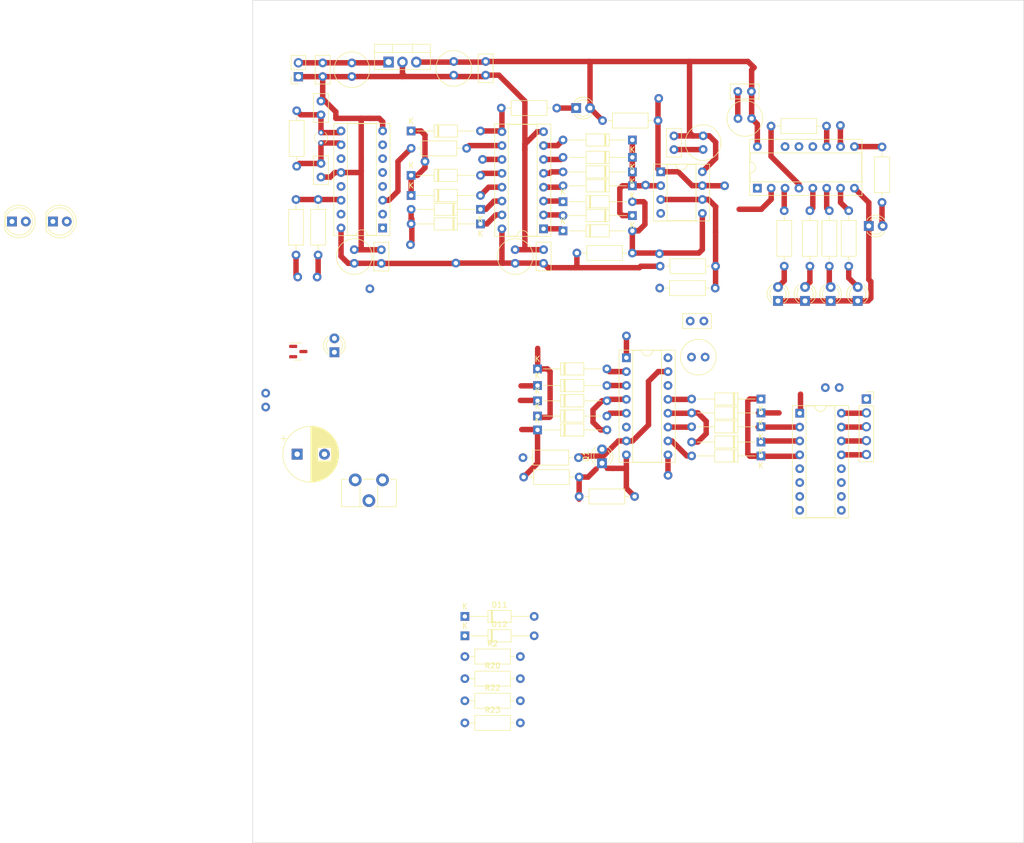
<source format=kicad_pcb>
(kicad_pcb (version 20221018) (generator pcbnew)
  (layers (0 "F.Cu" signal) (31 "B.Cu" signal) (34 "B.Paste" user) (35 "F.Paste" user) (36 "B.SilkS" user "B.Silkscreen") (37 "F.SilkS" user "F.Silkscreen") (38 "B.Mask" user) (39 "F.Mask" user) (44 "Edge.Cuts" user))
  (net 0 "")
  (net 1 "+8V")
  (net 2 "GND")
  (net 3 "+5V")
  (net 4 "Net-(D10-K)")
  (net 5 "Net-(D4-A)")
  (net 6 "Net-(D5-A)")
  (net 7 "Net-(D6-A)")
  (net 8 "Net-(D7-A)")
  (net 9 "Net-(D8-A)")
  (net 10 "Net-(JP1-B)")
  (net 11 "Net-(C24-Pad1)")
  (net 12 "/MOTOR1")
  (net 13 "/MOTOR2")
  (net 14 "/MOTOR3")
  (net 15 "/MOTOR4")
  (net 16 "Net-(Q1-G)")
  (net 17 "Net-(Q1-D)")
  (net 18 "Net-(C25-Pad1)")
  (net 19 "/F1")
  (net 20 "Net-(D15-K)")
  (net 21 "/F3")
  (net 22 "Net-(D18-K)")
  (net 23 "Net-(D18-A)")
  (net 24 "Net-(D19-K)")
  (net 25 "Net-(D20-K)")
  (net 26 "Net-(D21-K)")
  (net 27 "Net-(D22-A)")
  (net 28 "Net-(D23-A)")
  (net 29 "Net-(D24-A)")
  (net 30 "Net-(D25-A)")
  (net 31 "Net-(D26-A)")
  (net 32 "/F4")
  (net 33 "Net-(D27-A)")
  (net 34 "Net-(D28-A)")
  (net 35 "/F2")
  (net 37 "Net-(D29-A)")
  (net 38 "Net-(D2-K)")
  (net 39 "Net-(D14-A)")
  (net 40 "Net-(D15-A)")
  (net 41 "Net-(D17-A)")
  (net 42 "Net-(D30-A)")
  (net 43 "Net-(D31-A)")
  (net 44 "Net-(Q5-C)")
  (net 45 "Net-(D11-K)")
  (net 46 "Net-(U5-Q0)")
  (net 47 "Net-(U5-Q1)")
  (net 48 "Net-(U5-Q2)")
  (net 49 "Net-(U5-Q3)")
  (net 50 "/F_RESET")
  (net 51 "Net-(U5-Q4)")
  (net 52 "/R_RESET")
  (net 53 "Net-(U5-Q6)")
  (net 54 "Net-(U5-Reset)")
  (net 55 "Net-(D11-A)")
  (net 56 "Net-(U1-CLK)")
  (net 57 "Net-(U11-Q14)")
  (net 58 "/\"R\" CLOCK")
  (net 59 "Net-(Q1-C)")
  (net 64 "/REF2.5")
  (net 65 "/LOAD")
  (net 66 "Net-(J1-Pin_1)")
  (net 77 "Net-(JP2-A)")
  (net 78 "Net-(JP2-B)")
  (net 79 "Net-(D19-A)")
  (net 80 "/Q0")
  (net 81 "Net-(D4-K)")
  (net 82 "/Q7")
  (net 83 "/Q8")
  (net 84 "Net-(JP5-B)")
  (net 85 "Net-(JP6-A)")
  (net 86 "Net-(JP11-A)")
  (net 87 "Net-(JP12-A)")
  (net 88 "Net-(U11-Q8)")
  (net 89 "/MOTOR_CLOCK_A")
  (net 90 "/MOTOR_CLOCK_B")
  (footprint "Resistor_THT:R_Axial_DIN0207_L6.3mm_D2.5mm_P10.16mm_Horizontal" (layer "F.Cu") (at 84.269 67.242 180)
    (fp_text reference "R8" hide)
    (fp_text value "R4.7K")
  )
  (footprint "Resistor_THT:R_Axial_DIN0207_L6.3mm_D2.5mm_P10.16mm_Horizontal" (layer "F.Cu") (at 60.266 40.699)
    (fp_text reference "R5" hide)
    (fp_text value "R4.7K")
  )
  (footprint "Diode_THT:D_DO-35_SOD27_P12.70mm_Horizontal" (layer "F.Cu") (at 107.823 101.854 180)
    (fp_text reference "D31" hide)
    (fp_text value "D4148")
  )
  (footprint "Capacitor_THT:C_Radial_D6.3mm_H5.0mm_P2.50mm" (layer "F.Cu") (at 62.806 69.127 90)
    (fp_text reference "C8" hide)
    (fp_text value "C10uf" hide)
  )
  (footprint "LED_THT:LED_D3.0mm" (layer "F.Cu") (at 110.939 76.005 90)
    (fp_text reference "D26" hide)
    (fp_text value "LED")
  )
  (footprint "Diode_THT:D_DO-35_SOD27_P12.70mm_Horizontal" (layer "F.Cu") (at 66.904 94.303)
    (fp_text reference "D33" hide)
    (fp_text value "D4148")
  )
  (footprint "Capacitor_THT:C_Disc_D5.0mm_W2.5mm_P2.50mm" (layer "F.Cu") (at 94.864 79.698)
    (fp_text reference "C11" hide)
    (fp_text value "C0.1uf")
  )
  (footprint "Resistor_THT:R_Axial_DIN0207_L6.3mm_D2.5mm_P10.16mm_Horizontal" (layer "F.Cu") (at 88.965 42.985 180)
    (fp_text reference "R9" hide)
    (fp_text value "R4.7K")
  )
  (footprint "LED_THT:LED_D3.0mm" (layer "F.Cu") (at 115.892 76.005 90)
    (fp_text reference "D25" hide)
    (fp_text value "LED")
  )
  (footprint "Package_DIP:DIP-16_W7.62mm_Socket" (layer "F.Cu") (at 38.539 62.66 180)
    (fp_text reference "U11" hide)
    (fp_text value "CD4060BE")
  )
  (footprint "Library:Jumper" (layer "F.Cu") (at 55.567 70.163 180)
    (fp_text reference "JP3" hide)
    (fp_text value "JMP")
  )
  (footprint "Resistor_THT:R_Axial_DIN0207_L6.3mm_D2.5mm_P10.16mm_Horizontal" (layer "F.Cu") (at 123.893 69.65 90)
    (fp_text reference "R10" hide)
    (fp_text value "R4.7K")
  )
  (footprint "Library:Jumper" (layer "F.Cu") (at 101.16 54.923)
    (fp_text reference "JP5" hide)
    (fp_text value "JMP")
  )
  (footprint "Resistor_THT:R_Axial_DIN0207_L6.3mm_D2.5mm_P10.16mm_Horizontal" (layer "F.Cu") (at 53.594 141.139)
    (fp_text reference "R2")
    (fp_text value "R4.7K")
  )
  (footprint "Capacitor_THT:CP_Radial_D10.0mm_P5.00mm" (layer "F.Cu") (at 22.880323 104.082)
    (fp_text reference "C15" hide)
    (fp_text value "C100uF")
  )
  (footprint "Crystal:Crystal_DS26_D2.0mm_L6.0mm_Vertical" (layer "F.Cu") (at 27.246 45.19 -90)
    (fp_text reference "Y1" hide)
    (fp_text value "Crystal")
  )
  (footprint "Package_DIP:DIP-16_W7.62mm_Socket" (layer "F.Cu") (at 83.17 86.419)
    (fp_text reference "U2" hide)
    (fp_text value "4015")
  )
  (footprint "Diode_THT:D_DO-35_SOD27_P12.70mm_Horizontal" (layer "F.Cu") (at 84.269 46.541 180)
    (fp_text reference "D4" hide)
    (fp_text value "D4148")
  )
  (footprint "Resistor_THT:R_Axial_DIN0207_L6.3mm_D2.5mm_P10.16mm_Horizontal" (layer "F.Cu") (at 53.594 149.239)
    (fp_text reference "R22")
    (fp_text value "R4.7K")
  )
  (footprint "Library:Jumper" (layer "F.Cu") (at 98.806 112.208)
    (fp_text reference "JP11" hide)
    (fp_text value "JMP")
  )
  (footprint "Potentiometer_THT:Potentiometer_ACP_CA9-H3,8_Horizontal" (layer "F.Cu") (at 38.518 108.786 -90)
    (fp_text reference "RV1" hide)
    (fp_text value "POT100K")
  )
  (footprint "Capacitor_THT:C_Radial_D6.3mm_H5.0mm_P2.50mm" (layer "F.Cu") (at 33.342 69.127 90)
    (fp_text reference "C27" hide)
    (fp_text value "C10uf")
  )
  (footprint "Diode_THT:D_DO-35_SOD27_P12.70mm_Horizontal" (layer "F.Cu") (at 66.904 88.461)
    (fp_text reference "D30" hide)
    (fp_text value "D4148")
  )
  (footprint "Resistor_THT:R_Axial_DIN0207_L6.3mm_D2.5mm_P10.16mm_Horizontal" (layer "F.Cu") (at 129.989 47.811 -90)
    (fp_text reference "R3" hide)
    (fp_text value "R4.7K")
  )
  (footprint "Diode_THT:D_DO-35_SOD27_P12.70mm_Horizontal" (layer "F.Cu") (at 84.269 49.716 180)
    (fp_text reference "D5" hide)
    (fp_text value "D4148")
  )
  (footprint "Capacitor_THT:C_Radial_D6.3mm_H5.0mm_P2.50mm" (layer "F.Cu") (at 51.562 32.171 -90)
    (fp_text reference "C6" hide)
    (fp_text value "C10uf")
  )
  (footprint "Resistor_THT:R_Axial_DIN0207_L6.3mm_D2.5mm_P10.16mm_Horizontal" (layer "F.Cu") (at 53.594 145.189)
    (fp_text reference "R20")
    (fp_text value "R47K")
  )
  (footprint "Package_TO_SOT_THT:TO-220-3_Vertical" (layer "F.Cu") (at 39.624 32.278)
    (fp_text reference "U8" hide)
    (fp_text value "LM7805_TO220")
  )
  (footprint "Diode_THT:D_DO-35_SOD27_P12.70mm_Horizontal" (layer "F.Cu") (at 43.756 56.701)
    (fp_text reference "D9" hide)
    (fp_text value "D4148")
  )
  (footprint "Capacitor_THT:C_Disc_D5.0mm_W2.5mm_P2.50mm" (layer "F.Cu") (at 38.295 69.147 90)
    (fp_text reference "C26" hide)
    (fp_text value "C0.1uf")
  )
  (footprint "Capacitor_THT:C_Radial_D6.3mm_H5.0mm_P2.50mm" (layer "F.Cu") (at 97.223 45.779 -90)
    (fp_text reference "C10" hide)
    (fp_text value "C10uf")
  )
  (footprint "Diode_THT:D_DO-35_SOD27_P12.70mm_Horizontal" (layer "F.Cu") (at 107.823 93.98 180)
    (fp_text reference "D28" hide)
    (fp_text value "D4148")
  )
  (footprint "Library:Jumper" (layer "F.Cu") (at 54.356 73.787 180)
    (fp_text reference "JP6" hide)
    (fp_text value "JMP")
  )
  (footprint "Package_TO_SOT_SMD:SOT-23" (layer "F.Cu") (at 23.089 85.286)
    (fp_text reference "Q7" hide)
    (fp_text value "AO3400A")
  )
  (footprint "Resistor_THT:R_Axial_DIN0207_L6.3mm_D2.5mm_P10.16mm_Horizontal" (layer "F.Cu") (at 109.669 43.991)
    (fp_text reference "R21" hide)
    (fp_text value "R4.7K")
  )
  (footprint "Connector_PinSocket_2.54mm:PinSocket_1x05_P2.54mm_Vertical" (layer "F.Cu") (at 127.127 93.98)
    (fp_text reference "J1" hide)
    (fp_text value "MOTOR_5PIN_CONNECTOR")
  )
  (footprint "Resistor_THT:R_Axial_DIN0207_L6.3mm_D2.5mm_P10.16mm_Horizontal" (layer "F.Cu") (at 53.594 153.289)
    (fp_text reference "R23")
    (fp_text value "R4.7K")
  )
  (footprint "Library:Jumper" (layer "F.Cu") (at 89.095 38.921)
    (fp_text reference "JP2" hide)
    (fp_text value "JMP")
  )
  (footprint "Diode_THT:D_DO-35_SOD27_P12.70mm_Horizontal" (layer "F.Cu") (at 43.756 44.89)
    (fp_text reference "D3" hide)
    (fp_text value "D4148")
  )
  (footprint "LED_THT:LED_D3.0mm" (layer "F.Cu") (at 120.591 76.005 90)
    (fp_text reference "D24" hide)
    (fp_text value "LED")
  )
  (footprint "LED_THT:LED_D3.0mm_Clear" (layer "F.Cu") (at 29.698 85.413 90)
    (fp_text reference "Q5" hide)
    (fp_text value "SFH309")
  )
  (footprint "LED_THT:LED_D3.0mm" (layer "F.Cu") (at 127.571 62.289)
    (fp_text reference "D22" hide)
    (fp_text value "LED")
  )
  (footprint "LED_THT:LED_D5.0mm_IRGrey" (layer "F.Cu") (at -29.349 61.468)
    (fp_text reference "D1" hide)
    (fp_text value "SFH4546")
  )
  (footprint "Library:Jumper" (layer "F.Cu") (at 122.149 91.89 180)
    (fp_text reference "JP20" hide)
    (fp_text value "JMP")
  )
  (footprint "Package_DIP:DIP-16_W7.62mm_Socket" (layer "F.Cu") (at 68.003 62.807 180)
    (fp_text reference "U1" hide)
    (fp_text value "4040" hide)
  )
  (footprint "Library:Jumper" (layer "F.Cu") (at 71.061 76.767)
    (fp_text reference "JP4" hide)
    (fp_text value "JMP")
  )
  (footprint "Diode_THT:D_DO-35_SOD27_P12.70mm_Horizontal" (layer "F.Cu") (at 56.456 59.241 180)
    (fp_text reference "D20" hide)
    (fp_text value "D4148")
  )
  (footprint "Capacitor_THT:C_Disc_D5.0mm_W2.5mm_P2.50mm" (layer "F.Cu") (at 68.013 69.127 90)
    (fp_text reference "C7" hide)
    (fp_text value "C0.1uf" hide)
  )
  (footprint "LED_THT:LED_D5.0mm_IRGrey" (layer "F.Cu") (at -21.849 61.468)
    (fp_text reference "D13" hide)
    (fp_text value "SFH4546")
  )
  (footprint "Diode_THT:D_DO-35_SOD27_P12.70mm_Horizontal" (layer "F.Cu") (at 107.823 96.52 180)
    (fp_text reference "D32" hide)
    (fp_text value "D4148")
  )
  (footprint "Diode_THT:D_DO-35_SOD27_P12.70mm_Horizontal" (layer "F.Cu") (at 84.269 60.384 180)
    (fp_text reference "D7" hide)
    (fp_text value "D4148")
  )
  (footprint "Resistor_THT:R_Axial_DIN0207_L6.3mm_D2.5mm_P10.16mm_Horizontal" (layer "F.Cu") (at 112.082 69.65 90)
    (fp_text reference "R18" hide)
    (fp_text value "R4.7K")
  )
  (footprint "Resistor_THT:R_Axial_DIN0207_L6.3mm_D2.5mm_P10.16mm_Horizontal" (layer "F.Cu") (at 64.364 108.273)
    (fp_text reference "R1" hide)
    (fp_text value "R4.7K")
  )
  (footprint "Capacitor_THT:C_Disc_D5.0mm_W2.5mm_P2.50mm" (layer "F.Cu") (at 106.073 37.651 180)
    (fp_text reference "C1" hide)
    (fp_text value "C0.1uf")
  )
  (footprint "Diode_THT:D_DO-35_SOD27_P12.70mm_Horizontal" (layer "F.Cu") (at 107.823 99.06 180)
    (fp_text reference "D29" hide)
    (fp_text value "D4148")
  )
  (footprint "Capacitor_THT:C_Radial_D6.3mm_H5.0mm_P2.50mm" (layer "F.Cu") (at 32.893 32.425 -90)
    (fp_text reference "C3" hide)
    (fp_text value "C10uf")
  )
  (footprint "Resistor_THT:R_Axial_DIN0207_L6.3mm_D2.5mm_P10.16mm_Horizontal" (layer "F.Cu") (at 116.781 69.65 90)
    (fp_text reference "R12" hide)
    (fp_text value "R4.7K")
  )
  (footprint "Resistor_THT:R_Axial_DIN0207_L6.3mm_D2.5mm_P10.16mm_Horizontal" (layer "F.Cu") (at 89.349 69.655)
    (fp_text reference "R4" hide)
    (fp_text value "R4.7K")
  )
  (footprint "Resistor_THT:R_Axial_DIN0207_L6.3mm_D2.5mm_P10.16mm_Horizontal" (layer "F.Cu") (at 22.674 57.443 -90)
    (fp_text reference "R16" hide)
    (fp_text value "R4.7K")
  )
  (footprint "Resistor_THT:R_Axial_DIN0207_L6.3mm_D2.5mm_P10.16mm_Horizontal" (layer "F.Cu") (at 120.337 69.65 90)
    (fp_text reference "R11" hide)
    (fp_text value "R4.7K")
  )
  (footprint "Resistor_THT:R_Axial_DIN0207_L6.3mm_D2.5mm_P10.16mm_Horizontal" (layer "F.Cu") (at 53.916 48.065 180)
    (fp_text reference "R33" hide)
    (fp_text value "R4.7K")
  )
  (footprint "Capacitor_THT:C_Disc_D5.0mm_W2.5mm_P2.50mm" (layer "F.Cu") (at 91.889 45.799 -90)
    (fp_text reference "C9" hide)
    (fp_text value "C0.1uf")
  )
  (footprint "Resistor_THT:R_Axial_DIN0207_L6.3mm_D2.5mm_P10.16mm_Horizontal" (layer "F.Cu") (at 84.684 111.829 180)
    (fp_text reference "R13" hide)
    (fp_text value "R4.7K")
  )
  (footprint "Diode_THT:D_DO-35_SOD27_P12.70mm_Horizontal" (layer "F.Cu") (at 56.456 61.908 180)
    (fp_text reference "D19" hide)
    (fp_text value "D4148")
  )
  (footprint "Capacitor_THT:C_Disc_D5.0mm_W2.5mm_P2.50mm" (layer "F.Cu") (at 27.559 32.425 -90)
    (fp_text reference "C4" hide)
    (fp_text value "C0.1uf")
  )
  (footprint "Diode_THT:D_DO-35_SOD27_P12.70mm_Horizontal" (layer "F.Cu") (at 71.569 57.844)
    (fp_text reference "D21" hide)
    (fp_text value "D4148")
  )
  (footprint "Package_DIP:DIP-16_W7.62mm_Socket" (layer "F.Cu") (at 107.155 55.371 90)
    (fp_text reference "U5" hide)
    (fp_text value "4040")
  )
  (footprint "Package_DIP:DIP-16_W7.62mm_Socket" (layer "F.Cu") (at 114.92 96.579)
    (fp_text reference "U10" hide)
    (fp_text value "ULN2003A")
  )
  (footprint "Diode_THT:D_DO-35_SOD27_P12.70mm_Horizontal" (layer "F.Cu") (at 84.269 54.923 180)
    (fp_text reference "D8" hide)
    (fp_text value "D4148")
  )
  (footprint "Capacitor_THT:C_Disc_D5.0mm_W2.5mm_P2.50mm" (layer "F.Cu") (at 57.404 32.171 -90)
    (fp_text reference "C5" hide)
    (fp_text value "C0.1uf")
  )
  (footprint "Resistor_THT:R_Axial_DIN0207_L6.3mm_D2.5mm_P10.16mm_Horizontal" (layer "F.Cu") (at 26.724 57.443 -90)
    (fp_text reference "R15" hide)
    (fp_text value "R4.7K")
  )
  (footprint "Diode_THT:D_DO-35_SOD27_P12.70mm_Horizontal" (layer "F.Cu") (at 43.756 53.018)
    (fp_text reference "D10" hide)
    (fp_text value "D4148")
  )
  (footprint "Capacitor_THT:C_Radial_D6.3mm_H5.0mm_P2.50mm" (layer "F.Cu") (at 95.098 86.302)
    (fp_text reference "C12" hide)
    (fp_text value "C10uf")
  )
  (footprint "Connector_PinSocket_2.54mm:PinSocket_1x02_P2.54mm_Vertical" (layer "F.Cu") (at 23.114 34.945 180)
    (fp_text reference "J3" hide)
    (fp_text value "BATTERY_2PIN_CONNECTOR")
  )
  (footprint "Package_DIP:DIP-8_W7.62mm_Socket" (layer "F.Cu") (at 89.465 52.361)
    (fp_text reference "U9" hide)
    (fp_text value "LM393")
  )
  (footprint "Diode_THT:D_DO-35_SOD27_P12.70mm_Horizontal" (layer "F.Cu") (at 71.569 63.178)
    (fp_text reference "D18" hide)
    (fp_text value "D4148")
  )
  (footprint "Capacitor_THT:C_Radial_D6.3mm_H5.0mm_P2.50mm" (layer "F.Cu") (at 106.113 42.604 180)
    (fp_text reference "C2" hide)
    (fp_text value "C10uf")
  )
  (footprint "Resistor_THT:R_Axial_DIN0207_L6.3mm_D2.5mm_P10.16mm_Horizontal" (layer "F.Cu") (at 74.397 104.717 180)
    (fp_text reference "R14" hide)
    (fp_text value "R4.7K")
  )
  (footprint "Diode_THT:D_DO-35_SOD27_P12.70mm_Horizontal" (layer "F.Cu") (at 53.594 133.789)
    (fp_text reference "D11")
    (fp_text value "D4148")
  )
  (footprint "Resistor_THT:R_Axial_DIN0207_L6.3mm_D2.5mm_P10.16mm_Horizontal" (layer "F.Cu") (at 22.801 51.347 90)
    (fp_text reference "R6" hide)
    (fp_text value "R1MEG")
  )
  (footprint "Capacitor_THT:C_Disc_D5.0mm_W2.5mm_P2.50mm" (layer "F.Cu") (at 27.246 50.839 -90)
    (fp_text reference "C24" hide)
    (fp_text value "C22pF")
  )
  (footprint "Diode_THT:D_DO-35_SOD27_P12.70mm_Horizontal" (layer "F.Cu") (at 84.269 52.383 180)
    (fp_text reference "D6" hide)
    (fp_text value "D4148")
  )
  (footprint "Diode_THT:D_DO-35_SOD27_P12.70mm_Horizontal" (layer "F.Cu") (at 53.594 137.339)
    (fp_text reference "D12")
    (fp_text value "D4148")
  )
  (footprint "LED_THT:LED_D3.0mm" (layer "F.Cu") (at 73.977 40.699)
    (fp_text reference "D2" hide)
    (fp_text value "LED")
  )
  (footprint "Resistor_THT:R_Axial_DIN0207_L6.3mm_D2.5mm_P10.16mm_Horizontal" (layer "F.Cu") (at 89.281 73.66)
    (fp_text reference "R7" hide)
    (fp_text value "R4.7K")
  )
  (footprint "Library:Jumper" (layer "F.Cu") (at 17.12 92.906 -90)
    (fp_text reference "JP1" hide)
    (fp_text value "JMP")
  )
  (footprint "Diode_THT:D_DO-35_SOD27_P12.70mm_Horizontal" (layer "F.Cu") (at 66.904 99.637)
    (fp_text reference "D15" hide)
    (fp_text value "D4148")
  )
  (footprint "Library:Jumper" (layer "F.Cu") (at 82.804 126.619)
    (fp_text reference "JP12" hide)
    (fp_text value "JMP")
  )
  (footprint "Capacitor_THT:C_Disc_D5.0mm_W2.5mm_P2.50mm" (layer "F.Cu") (at 27.246 41.929 90)
    (fp_text reference "C25" hide)
    (fp_text value "C22pF")
  )
  (footprint "LED_THT:LED_D3.0mm" (layer "F.Cu") (at 125.544 76.005 90)
    (fp_text reference "D23" hide)
    (fp_text value "LED")
  )
  (footprint "LED_THT:LED_D3.0mm_Clear" (layer "F.Cu") (at 78.715 105.733 90)
    (fp_text reference "Q1")
    (fp_text value "SFH309")
  )
  (footprint "Diode_THT:D_DO-35_SOD27_P12.70mm_Horizontal" (layer "F.Cu") (at 66.904 91.509)
    (fp_text reference "D17" hide)
    (fp_text value "D4148")
  )
  (footprint "Diode_THT:D_DO-35_SOD27_P12.70mm_Horizontal" (layer "F.Cu") (at 66.904 97.097)
    (fp_text reference "D14" hide)
    (fp_text value "D4148")
  )
  (footprint "Diode_THT:D_DO-35_SOD27_P12.70mm_Horizontal" (layer "F.Cu") (at 107.823 104.394 180)
    (fp_text reference "D27" hide)
    (fp_text value "D4148")
  )
  (gr_rect (start 14.732 20.955) (end 155.956 175.26) (stroke (width 0.1)) (fill none) (layer "Edge.Cuts"))
  (segment (start 23.114 32.405) (end 39.497 32.405) (width 1) (layer "F.Cu") (net 1))
  (segment (start 39.497 32.405) (end 39.624 32.278) (width 1) (layer "F.Cu") (net 1))
  (segment (start 38.295 66.647) (end 34.612 66.647) (width 1) (layer "F.Cu") (net 2))
  (segment (start 32.873 34.945) (end 32.893 34.925) (width 1) (layer "F.Cu") (net 2))
  (segment (start 29.78763 52.5) (end 28.94863 53.339) (width 1) (layer "F.Cu") (net 2))
  (segment (start 34.612 66.647) (end 33.362 66.647) (width 1) (layer "F.Cu") (net 2))
  (segment (start 33.362 66.647) (end 33.342 66.627) (width 1) (layer "F.Cu") (net 2))
  (segment (start 103.573 37.651) (end 103.573 42.564) (width 1) (layer "F.Cu") (net 2))
  (segment (start 64.584 66.627) (end 64.584 48.387) (width 1) (layer "F.Cu") (net 2))
  (segment (start 29.966308 41.396616) (end 27.756692 39.187) (width 1) (layer "F.Cu") (net 2))
  (segment (start 110.939 76.005) (end 125.544 76.005) (width 1) (layer "F.Cu") (net 2))
  (segment (start 64.584 47.31463) (end 66.87163 45.027) (width 1) (layer "F.Cu") (net 2))
  (segment (start 34.612 42.58) (end 29.966308 42.58) (width 1) (layer "F.Cu") (net 2))
  (segment (start 64.584 39.438) (end 64.584 48.387) (width 1) (layer "F.Cu") (net 2))
  (segment (start 127.571 62.289) (end 127.571 72.097887) (width 1) (layer "F.Cu") (net 2))
  (segment (start 34.348 52.5) (end 34.612 52.236) (width 1) (layer "F.Cu") (net 2))
  (segment (start 42.184 34.925) (end 57.15 34.925) (width 1) (layer "F.Cu") (net 2))
  (segment (start 127.571 62.289) (end 127.571 58.007) (width 1) (layer "F.Cu") (net 2))
  (segment (start 127.944 72.470887) (end 127.944 75.505) (width 1) (layer "F.Cu") (net 2))
  (segment (start 37.914 42.584) (end 38.539 43.209) (width 1) (layer "F.Cu") (net 2))
  (segment (start 127.571 72.097887) (end 127.944 72.470887) (width 1) (layer "F.Cu") (net 2))
  (segment (start 32.893 34.925) (end 42.184 34.925) (width 1) (layer "F.Cu") (net 2))
  (segment (start 62.806 66.627) (end 64.584 66.627) (width 1) (layer "F.Cu") (net 2))
  (segment (start 127.571 58.007) (end 124.935 55.371) (width 1) (layer "F.Cu") (net 2))
  (segment (start 27.559 34.925) (end 27.559 39.116) (width 1) (layer "F.Cu") (net 2))
  (segment (start 38.539 43.209) (end 38.539 44.88) (width 1) (layer "F.Cu") (net 2))
  (segment (start 79.665 106.6705) (end 80.6985 106.6705) (width 1) (layer "F.Cu") (net 2))
  (segment (start 64.584 66.627) (end 68.013 66.627) (width 1) (layer "F.Cu") (net 2))
  (segment (start 36.239 42.58) (end 36.243 42.584) (width 1) (layer "F.Cu") (net 2))
  (segment (start 57.404 34.671) (end 59.817 34.671) (width 1) (layer "F.Cu") (net 2))
  (segment (start 83.17 106.68) (end 80.708 106.68) (width 1) (layer "F.Cu") (net 2))
  (segment (start 89.349 60.097) (end 89.465 59.981) (width 1) (layer "F.Cu") (net 2))
  (segment (start 30.919 52.5) (end 29.78763 52.5) (width 1) (layer "F.Cu") (net 2))
  (segment (start 27.756692 39.187) (end 27.246 39.187) (width 1) (layer "F.Cu") (net 2))
  (segment (start 83.17 104.199) (end 83.17 106.68) (width 1) (layer "F.Cu") (net 2))
  (segment (start 42.164 34.437) (end 42.164 32.278) (width 1) (layer "F.Cu") (net 2))
  (segment (start 34.612 52.236) (end 34.612 66.647) (width 1) (layer "F.Cu") (net 2))
  (segment (start 91.889 48.299) (end 97.203 48.299) (width 1) (layer "F.Cu") (net 2))
  (segment (start 27.559 39.116) (end 27.246 39.429) (width 1) (layer "F.Cu") (net 2))
  (segment (start 127.944 75.505) (end 127.444 76.005) (width 1) (layer "F.Cu") (net 2))
  (segment (start 42.418 34.691) (end 42.164 34.437) (width 1) (layer "F.Cu") (net 2))
  (segment (start 59.817 34.671) (end 64.584 39.438) (width 1) (layer "F.Cu") (net 2))
  (segment (start 29.966308 42.58) (end 29.966308 41.396616) (width 1) (layer "F.Cu") (net 2))
  (segment (start 34.612 49.93837) (end 34.612 52.236) (width 1) (layer "F.Cu") (net 2))
  (segment (start 36.243 42.584) (end 37.914 42.584) (width 1) (layer "F.Cu") (net 2))
  (segment (start 30.919 52.5) (end 34.348 52.5) (width 1) (layer "F.Cu") (net 2))
  (segment (start 64.584 48.387) (end 64.584 47.31463) (width 1) (layer "F.Cu") (net 2))
  (segment (start 83.17 106.68) (end 83.17 110.315) (width 1) (layer "F.Cu") (net 2))
  (segment (start 36.239 42.58) (end 34.612 42.58) (width 1) (layer "F.Cu") (net 2))
  (segment (start 66.87163 45.027) (end 68.003 45.027) (width 1) (layer "F.Cu") (net 2))
  (segment (start 83.17 110.315) (end 84.684 111.829) (width 1) (layer "F.Cu") (net 2))
  (segment (start 80.708 106.68) (end 80.6985 106.6705) (width 1) (layer "F.Cu") (net 2))
  (segment (start 28.94863 53.339) (end 27.246 53.339) (width 1) (layer "F.Cu") (net 2))
  (segment (start 127.444 76.005) (end 125.544 76.005) (width 1) (layer "F.Cu") (net 2))
  (segment (start 97.203 48.299) (end 97.223 48.279) (width 1) (layer "F.Cu") (net 2))
  (segment (start 23.114 34.945) (end 32.873 34.945) (width 1) (layer "F.Cu") (net 2))
  (segment (start 42.184 34.925) (end 42.418 34.691) (width 1) (layer "F.Cu") (net 2))
  (segment (start 103.573 42.564) (end 103.613 42.604) (width 1) (layer "F.Cu") (net 2))
  (segment (start 34.612 49.93837) (end 34.612 42.58) (width 1) (layer "F.Cu") (net 2))
  (segment (start 57.15 34.925) (end 57.404 34.671) (width 1) (layer "F.Cu") (net 2))
  (segment (start 44.704 32.278) (end 57.297 32.278) (width 1) (layer "F.Cu") (net 3))
  (segment (start 57.297 32.278) (end 57.404 32.171) (width 1) (layer "F.Cu") (net 3))
  (segment (start 99.523 49.923) (end 99.523 46.94763) (width 1) (layer "F.Cu") (net 3))
  (segment (start 107.155 47.751) (end 107.155 43.646) (width 1) (layer "F.Cu") (net 3))
  (segment (start 107.155 43.646) (end 106.113 42.604) (width 1) (layer "F.Cu") (net 3))
  (segment (start 107.088 47.684) (end 107.155 47.751) (width 1) (layer "F.Cu") (net 3))
  (segment (start 57.404 32.171) (end 76.327 32.171) (width 1) (layer "F.Cu") (net 3))
  (segment (start 107.125 47.781) (end 107.155 47.751) (width 1) (layer "F.Cu") (net 3))
  (segment (start 94.742 45.164) (end 95.377 45.799) (width 1) (layer "F.Cu") (net 3))
  (segment (start 97.203 45.799) (end 97.223 45.779) (width 1) (layer "F.Cu") (net 3))
  (segment (start 76.517 40.699) (end 76.519 40.699) (width 1) (layer "F.Cu") (net 3))
  (segment (start 95.377 45.799) (end 97.203 45.799) (width 1) (layer "F.Cu") (net 3))
  (segment (start 94.742 32.171) (end 94.742 45.164) (width 1) (layer "F.Cu") (net 3))
  (segment (start 99.523 46.94763) (end 98.35437 45.779) (width 1) (layer "F.Cu") (net 3))
  (segment (start 97.085 52.361) (end 99.523 49.923) (width 1) (layer "F.Cu") (net 3))
  (segment (start 76.327 32.171) (end 94.742 32.171) (width 1) (layer "F.Cu") (net 3))
  (segment (start 106.553 33.274) (end 106.113 33.714) (width 1) (layer "F.Cu") (net 3))
  (segment (start 105.45 32.171) (end 106.553 33.274) (width 1) (layer "F.Cu") (net 3))
  (segment (start 106.113 33.714) (end 106.113 42.604) (width 1) (layer "F.Cu") (net 3))
  (segment (start 76.327 32.171) (end 76.517 32.361) (width 1) (layer "F.Cu") (net 3))
  (segment (start 94.742 32.171) (end 105.45 32.171) (width 1) (layer "F.Cu") (net 3))
  (segment (start 91.889 45.799) (end 95.377 45.799) (width 1) (layer "F.Cu") (net 3))
  (segment (start 76.517 32.361) (end 76.517 40.699) (width 1) (layer "F.Cu") (net 3))
  (segment (start 98.35437 45.779) (end 97.223 45.779) (width 1) (layer "F.Cu") (net 3))
  (segment (start 76.519 40.699) (end 78.805 42.985) (width 1) (layer "F.Cu") (net 3))
  (segment (start 43.756 56.701) (end 43.756 53.018) (width 1) (layer "F.Cu") (net 4))
  (segment (start 46.296 45.63) (end 46.296 51.621) (width 1) (layer "F.Cu") (net 4))
  (segment (start 43.756 53.018) (end 44.899 53.018) (width 1) (layer "F.Cu") (net 4))
  (segment (start 44.899 53.018) (end 46.296 51.621) (width 1) (layer "F.Cu") (net 4))
  (segment (start 43.756 44.89) (end 45.556 44.89) (width 1) (layer "F.Cu") (net 4))
  (segment (start 45.556 44.89) (end 46.296 45.63) (width 1) (layer "F.Cu") (net 4))
  (segment (start 68.003 47.567) (end 70.543 47.567) (width 1) (layer "F.Cu") (net 5))
  (segment (start 70.543 47.567) (end 71.569 46.541) (width 1) (layer "F.Cu") (net 5))
  (segment (start 68.003 50.107) (end 71.178 50.107) (width 1) (layer "F.Cu") (net 6))
  (segment (start 71.178 50.107) (end 71.569 49.716) (width 1) (layer "F.Cu") (net 6))
  (segment (start 69.39837 52.383) (end 71.569 52.383) (width 1) (layer "F.Cu") (net 7))
  (segment (start 69.13437 52.647) (end 69.39837 52.383) (width 1) (layer "F.Cu") (net 7))
  (segment (start 68.003 52.647) (end 69.13437 52.647) (width 1) (layer "F.Cu") (net 7))
  (segment (start 71.452 60.267) (end 71.569 60.384) (width 1) (layer "F.Cu") (net 8))
  (segment (start 68.003 60.267) (end 71.452 60.267) (width 1) (layer "F.Cu") (net 8))
  (segment (start 71.305 55.187) (end 71.569 54.923) (width 1) (layer "F.Cu") (net 9))
  (segment (start 68.003 55.187) (end 71.305 55.187) (width 1) (layer "F.Cu") (net 9))
  (segment (start 23.309 50.839) (end 27.246 50.839) (width 1) (layer "F.Cu") (net 11))
  (segment (start 22.801 51.347) (end 23.309 50.839) (width 1) (layer "F.Cu") (net 11))
  (segment (start 30.589 47.09) (end 30.919 47.42) (width 1) (layer "F.Cu") (net 11))
  (segment (start 27.246 47.09) (end 27.246 50.839) (width 1) (layer "F.Cu") (net 11))
  (segment (start 27.246 47.09) (end 30.589 47.09) (width 1) (layer "F.Cu") (net 11))
  (segment (start 122.54 96.579) (end 127.068 96.579) (width 1) (layer "F.Cu") (net 12))
  (segment (start 127.068 96.579) (end 127.127 96.52) (width 1) (layer "F.Cu") (net 12))
  (segment (start 127.068 99.119) (end 127.127 99.06) (width 1) (layer "F.Cu") (net 13))
  (segment (start 122.54 99.119) (end 127.068 99.119) (width 1) (layer "F.Cu") (net 13))
  (segment (start 122.54 101.659) (end 127.068 101.659) (width 1) (layer "F.Cu") (net 14))
  (segment (start 127.068 101.659) (end 127.127 101.6) (width 1) (layer "F.Cu") (net 14))
  (segment (start 127.068 104.199) (end 127.127 104.14) (width 1) (layer "F.Cu") (net 15))
  (segment (start 122.54 104.199) (end 127.068 104.199) (width 1) (layer "F.Cu") (net 15))
  (segment (start 76.1625 108.273) (end 77.639945 106.795555) (width 1) (layer "F.Cu") (net 16))
  (segment (start 74.524 108.273) (end 76.1625 108.273) (width 1) (layer "F.Cu") (net 16))
  (segment (start 74.524 108.273) (end 74.524 112.323) (width 1) (layer "F.Cu") (net 16))
  (segment (start 81.723692 101.659) (end 78.949692 104.433) (width 1) (layer "F.Cu") (net 17))
  (segment (start 74.681 104.433) (end 74.397 104.717) (width 1) (layer "F.Cu") (net 17))
  (segment (start 84.30137 101.659) (end 87.224 98.73637) (width 1) (layer "F.Cu") (net 17))
  (segment (start 89.012 88.959) (end 90.79 88.959) (width 1) (layer "F.Cu") (net 17))
  (segment (start 83.17 101.659) (end 84.30137 101.659) (width 1) (layer "F.Cu") (net 17))
  (segment (start 87.224 98.73637) (end 87.224 90.747) (width 1) (layer "F.Cu") (net 17))
  (segment (start 87.224 90.747) (end 89.012 88.959) (width 1) (layer "F.Cu") (net 17))
  (segment (start 83.17 101.659) (end 81.723692 101.659) (width 1) (layer "F.Cu") (net 17))
  (segment (start 78.949692 104.433) (end 74.681 104.433) (width 1) (layer "F.Cu") (net 17))
  (segment (start 27.246 41.929) (end 27.246 45.09) (width 1) (layer "F.Cu") (net 18))
  (segment (start 27.246 41.929) (end 23.543 41.929) (width 1) (layer "F.Cu") (net 18))
  (segment (start 30.609 45.19) (end 30.919 44.88) (width 1) (layer "F.Cu") (net 18))
  (segment (start 23.543 41.929) (end 22.801 41.187) (width 1) (layer "F.Cu") (net 18))
  (segment (start 27.246 45.19) (end 30.609 45.19) (width 1) (layer "F.Cu") (net 18))
  (segment (start 115.062 93.091) (end 115.062 96.437) (width 1) (layer "F.Cu") (net 19))
  (segment (start 69.204 97.21) (end 69.077 97.337) (width 1) (layer "F.Cu") (net 19))
  (segment (start 68.704 88.461) (end 69.204 88.961) (width 1) (layer "F.Cu") (net 19))
  (segment (start 67.144 97.337) (end 66.904 97.097) (width 1) (layer "F.Cu") (net 19))
  (segment (start 66.904 88.461) (end 68.704 88.461) (width 1) (layer "F.Cu") (net 19))
  (segment (start 69.204 88.961) (end 69.204 97.21) (width 1) (layer "F.Cu") (net 19))
  (segment (start 115.062 96.437) (end 114.92 96.579) (width 1) (layer "F.Cu") (net 19))
  (segment (start 69.077 97.337) (end 67.144 97.337) (width 1) (layer "F.Cu") (net 19))
  (segment (start 66.929 88.436) (end 66.904 88.461) (width 1) (layer "F.Cu") (net 19))
  (segment (start 66.929 84.709) (end 66.929 88.436) (width 1) (layer "F.Cu") (net 19))
  (segment (start 66.904 105.733) (end 66.904 100.526) (width 1) (layer "F.Cu") (net 20))
  (segment (start 66.835 99.568) (end 66.904 99.637) (width 1) (layer "F.Cu") (net 20))
  (segment (start 107.359 96.52) (end 111.125 96.52) (width 1) (layer "F.Cu") (net 20))
  (segment (start 64.364 108.273) (end 66.904 105.733) (width 1) (layer "F.Cu") (net 20))
  (segment (start 107.823 96.52) (end 107.892 96.451) (width 1) (layer "F.Cu") (net 20))
  (segment (start 64.008 99.568) (end 66.835 99.568) (width 1) (layer "F.Cu") (net 20))
  (segment (start 107.823 101.854) (end 108.087 101.59) (width 1) (layer "F.Cu") (net 21))
  (segment (start 66.846 91.567) (end 66.904 91.509) (width 1) (layer "F.Cu") (net 21))
  (segment (start 107.554 101.659) (end 114.92 101.659) (width 1) (layer "F.Cu") (net 21))
  (segment (start 63.881 91.567) (end 66.846 91.567) (width 1) (layer "F.Cu") (net 21))
  (segment (start 71.198 62.807) (end 71.569 63.178) (width 1) (layer "F.Cu") (net 22))
  (segment (start 68.003 62.807) (end 71.198 62.807) (width 1) (layer "F.Cu") (net 22))
  (segment (start 86.569 58.084) (end 86.329 57.844) (width 1) (layer "F.Cu") (net 23))
  (segment (start 84.269 63.178) (end 85.40037 63.178) (width 1) (layer "F.Cu") (net 23))
  (segment (start 85.40037 63.178) (end 86.569 62.00937) (width 1) (layer "F.Cu") (net 23))
  (segment (start 86.329 57.844) (end 84.269 57.844) (width 1) (layer "F.Cu") (net 23))
  (segment (start 86.569 62.00937) (end 86.569 58.084) (width 1) (layer "F.Cu") (net 23))
  (segment (start 84.269 63.178) (end 84.269 67.242) (width 1) (layer "F.Cu") (net 23))
  (segment (start 97.085 66.607) (end 97.085 59.981) (width 1) (layer "F.Cu") (net 23))
  (segment (start 84.269 67.242) (end 96.45 67.242) (width 1) (layer "F.Cu") (net 23))
  (segment (start 96.45 67.242) (end 97.085 66.607) (width 1) (layer "F.Cu") (net 23))
  (segment (start 59.25163 60.267) (end 60.383 60.267) (width 1) (layer "F.Cu") (net 24))
  (segment (start 56.456 61.908) (end 57.61063 61.908) (width 1) (layer "F.Cu") (net 24))
  (segment (start 57.61063 61.908) (end 59.25163 60.267) (width 1) (layer "F.Cu") (net 24))
  (segment (start 57.449202 59.241) (end 58.963202 57.727) (width 1) (layer "F.Cu") (net 25))
  (segment (start 56.456 59.241) (end 57.449202 59.241) (width 1) (layer "F.Cu") (net 25))
  (segment (start 58.963202 57.727) (end 60.383 57.727) (width 1) (layer "F.Cu") (net 25))
  (segment (start 68.003 57.727) (end 71.452 57.727) (width 1) (layer "F.Cu") (net 26))
  (segment (start 71.452 57.727) (end 71.569 57.844) (width 1) (layer "F.Cu") (net 26))
  (segment (start 129.989 57.971) (end 129.989 62.167) (width 1) (layer "F.Cu") (net 27))
  (segment (start 129.989 62.167) (end 130.111 62.289) (width 1) (layer "F.Cu") (net 27))
  (segment (start 123.893 71.814) (end 125.544 73.465) (width 1) (layer "F.Cu") (net 28))
  (segment (start 123.893 69.65) (end 123.893 71.814) (width 1) (layer "F.Cu") (net 28))
  (segment (start 120.337 69.65) (end 120.337 73.211) (width 1) (layer "F.Cu") (net 29))
  (segment (start 120.337 73.211) (end 120.591 73.465) (width 1) (layer "F.Cu") (net 29))
  (segment (start 116.781 69.65) (end 116.781 72.576) (width 1) (layer "F.Cu") (net 30))
  (segment (start 116.781 72.576) (end 115.892 73.465) (width 1) (layer "F.Cu") (net 30))
  (segment (start 112.082 69.65) (end 112.082 72.322) (width 1) (layer "F.Cu") (net 31))
  (segment (start 112.082 72.322) (end 110.939 73.465) (width 1) (layer "F.Cu") (net 31))
  (segment (start 105.41 104.041) (end 105.763 104.394) (width 1) (layer "F.Cu") (net 32))
  (segment (start 105.763 104.394) (end 107.823 104.394) (width 1) (layer "F.Cu") (net 32))
  (segment (start 114.896 104.463) (end 114.92 104.439) (width 1) (layer "F.Cu") (net 32))
  (segment (start 105.763 93.98) (end 105.41 94.333) (width 1) (layer "F.Cu") (net 32))
  (segment (start 107.823 93.98) (end 105.763 93.98) (width 1) (layer "F.Cu") (net 32))
  (segment (start 105.41 94.333) (end 105.41 104.041) (width 1) (layer "F.Cu") (net 32))
  (segment (start 105.766 104.463) (end 114.896 104.463) (width 1) (layer "F.Cu") (net 32))
  (segment (start 94.237692 104.394) (end 91.502692 101.659) (width 1) (layer "F.Cu") (net 33))
  (segment (start 95.123 104.394) (end 94.237692 104.394) (width 1) (layer "F.Cu") (net 33))
  (segment (start 91.502692 101.659) (end 90.79 101.659) (width 1) (layer "F.Cu") (net 33))
  (segment (start 90.8 94.049) (end 90.79 94.039) (width 1) (layer "F.Cu") (net 34))
  (segment (start 94.59 94.049) (end 90.8 94.049) (width 1) (layer "F.Cu") (net 34))
  (segment (start 107.823 99.06) (end 107.833 99.05) (width 1) (layer "F.Cu") (net 35))
  (segment (start 66.835 94.234) (end 66.904 94.303) (width 1) (layer "F.Cu") (net 35))
  (segment (start 107.3 99.119) (end 114.92 99.119) (width 1) (layer "F.Cu") (net 35))
  (segment (start 63.754 94.234) (end 66.835 94.234) (width 1) (layer "F.Cu") (net 35))
  (segment (start 94.59 99.129) (end 90.8 99.129) (width 1) (layer "F.Cu") (net 37))
  (segment (start 90.8 99.129) (end 90.79 99.119) (width 1) (layer "F.Cu") (net 37))
  (segment (start 70.426 40.699) (end 73.977 40.699) (width 1) (layer "F.Cu") (net 38))
  (segment (start 80.122 96.579) (end 83.17 96.579) (width 1) (layer "F.Cu") (net 39))
  (segment (start 79.604 97.097) (end 80.122 96.579) (width 1) (layer "F.Cu") (net 39))
  (segment (start 77.064 95.968) (end 78.729 94.303) (width 1) (layer "F.Cu") (net 40))
  (segment (start 77.064 98.22837) (end 77.064 95.968) (width 1) (layer "F.Cu") (net 40))
  (segment (start 79.868 94.039) (end 83.17 94.039) (width 1) (layer "F.Cu") (net 40))
  (segment (start 78.729 94.303) (end 79.604 94.303) (width 1) (layer "F.Cu") (net 40))
  (segment (start 79.604 94.303) (end 79.868 94.039) (width 1) (layer "F.Cu") (net 40))
  (segment (start 78.47263 99.637) (end 77.064 98.22837) (width 1) (layer "F.Cu") (net 40))
  (segment (start 79.604 99.637) (end 78.47263 99.637) (width 1) (layer "F.Cu") (net 40))
  (segment (start 79.604 91.509) (end 83.16 91.509) (width 1) (layer "F.Cu") (net 41))
  (segment (start 83.16 91.509) (end 83.17 91.499) (width 1) (layer "F.Cu") (net 41))
  (segment (start 80.102 88.959) (end 83.17 88.959) (width 1) (layer "F.Cu") (net 42))
  (segment (start 79.604 88.461) (end 80.102 88.959) (width 1) (layer "F.Cu") (net 42))
  (segment (start 94.59 96.589) (end 90.8 96.589) (width 1) (layer "F.Cu") (net 43))
  (segment (start 90.8 96.589) (end 90.79 96.579) (width 1) (layer "F.Cu") (net 43))
  (segment (start 97.79 100.31837) (end 97.79 98.05563) (width 1) (layer "F.Cu") (net 43))
  (segment (start 95.123 101.854) (end 96.25437 101.854) (width 1) (layer "F.Cu") (net 43))
  (segment (start 97.79 98.05563) (end 96.25437 96.52) (width 1) (layer "F.Cu") (net 43))
  (segment (start 96.25437 96.52) (end 95.123 96.52) (width 1) (layer "F.Cu") (net 43))
  (segment (start 96.25437 101.854) (end 97.79 100.31837) (width 1) (layer "F.Cu") (net 43))
  (segment (start 124.935 47.751) (end 129.929 47.751) (width 1) (layer "F.Cu") (net 46))
  (segment (start 129.929 47.751) (end 129.989 47.811) (width 1) (layer "F.Cu") (net 46))
  (segment (start 123.893 59.49) (end 122.395 57.992) (width 1) (layer "F.Cu") (net 47))
  (segment (start 122.395 57.992) (end 122.395 55.371) (width 1) (layer "F.Cu") (net 47))
  (segment (start 120.337 59.49) (end 119.855 59.008) (width 1) (layer "F.Cu") (net 48))
  (segment (start 119.855 59.008) (end 119.855 55.371) (width 1) (layer "F.Cu") (net 48))
  (segment (start 116.781 59.49) (end 117.315 58.956) (width 1) (layer "F.Cu") (net 49))
  (segment (start 117.315 58.956) (end 117.315 55.371) (width 1) (layer "F.Cu") (net 49))
  (segment (start 112.082 55.524) (end 112.235 55.371) (width 1) (layer "F.Cu") (net 51))
  (segment (start 112.082 59.49) (end 112.082 55.524) (width 1) (layer "F.Cu") (net 51))
  (segment (start 114.775 54.658308) (end 114.775 55.371) (width 1) (layer "F.Cu") (net 53))
  (segment (start 109.669 49.552308) (end 114.775 54.658308) (width 1) (layer "F.Cu") (net 53))
  (segment (start 109.669 43.991) (end 109.669 49.552308) (width 1) (layer "F.Cu") (net 53))
  (segment (start 119.855 47.751) (end 119.855 44.022) (width 1) (layer "F.Cu") (net 54))
  (segment (start 119.855 44.022) (end 119.702 43.869) (width 1) (layer "F.Cu") (net 54))
  (segment (start 54.414 47.567) (end 60.383 47.567) (width 1) (layer "F.Cu") (net 56))
  (segment (start 53.916 48.065) (end 54.414 47.567) (width 1) (layer "F.Cu") (net 56))
  (segment (start 38.539 57.58) (end 39.67037 57.58) (width 1) (layer "F.Cu") (net 57))
  (segment (start 41.343 55.90737) (end 41.343 50.478) (width 1) (layer "F.Cu") (net 57))
  (segment (start 41.343 50.478) (end 43.756 48.065) (width 1) (layer "F.Cu") (net 57))
  (segment (start 39.67037 57.58) (end 41.343 55.90737) (width 1) (layer "F.Cu") (net 57))
  (segment (start 109.695 57.413) (end 109.695 55.371) (width 1) (layer "F.Cu") (net 58))
  (segment (start 103.827 59.231) (end 107.877 59.231) (width 1) (layer "F.Cu") (net 58))
  (segment (start 107.877 59.231) (end 109.695 57.413) (width 1) (layer "F.Cu") (net 58))
  (segment (start 99.509 69.655) (end 99.509 73.592) (width 1) (layer "F.Cu") (net 64))
  (segment (start 99.509 63.432) (end 99.509 69.655) (width 1) (layer "F.Cu") (net 64))
  (segment (start 89.465 57.441) (end 97.085 57.441) (width 1) (layer "F.Cu") (net 64))
  (segment (start 99.509 73.592) (end 99.441 73.66) (width 1) (layer "F.Cu") (net 64))
  (segment (start 98.21637 57.441) (end 97.085 57.441) (width 1) (layer "F.Cu") (net 64))
  (segment (start 99.546999 58.771629) (end 98.21637 57.441) (width 1) (layer "F.Cu") (net 64))
  (segment (start 99.509 58.809628) (end 99.509 63.432) (width 1) (layer "F.Cu") (net 64))
  (segment (start 99.546999 58.771629) (end 99.509 58.809628) (width 1) (layer "F.Cu") (net 64))
  (segment (start 95.213 54.901) (end 97.085 54.901) (width 1) (layer "F.Cu") (net 77))
  (segment (start 88.965 42.985) (end 88.965 51.861) (width 1) (layer "F.Cu") (net 77))
  (segment (start 97.085 54.901) (end 98.504798 54.901) (width 1) (layer "F.Cu") (net 77))
  (segment (start 88.965 51.861) (end 89.465 52.361) (width 1) (layer "F.Cu") (net 77))
  (segment (start 98.504798 54.901) (end 98.526798 54.923) (width 1) (layer "F.Cu") (net 77))
  (segment (start 98.526798 54.923) (end 101.16 54.923) (width 1) (layer "F.Cu") (net 77))
  (segment (start 89.465 52.361) (end 92.673 52.361) (width 1) (layer "F.Cu") (net 77))
  (segment (start 88.965 42.985) (end 88.965 39.051) (width 1) (layer "F.Cu") (net 77))
  (segment (start 88.965 39.051) (end 89.095 38.921) (width 1) (layer "F.Cu") (net 77))
  (segment (start 92.673 52.361) (end 95.213 54.901) (width 1) (layer "F.Cu") (net 77))
  (segment (start 60.373 50.097) (end 60.383 50.107) (width 1) (layer "F.Cu") (net 78))
  (segment (start 56.837 50.097) (end 60.373 50.097) (width 1) (layer "F.Cu") (net 78))
  (segment (start 43.756 59.241) (end 43.756 60.892) (width 1) (layer "F.Cu") (net 79))
  (segment (start 43.883 65.718) (end 43.883 61.019) (width 1) (layer "F.Cu") (net 79))
  (segment (start 43.883 61.019) (end 43.756 60.892) (width 1) (layer "F.Cu") (net 79))
  (segment (start 43.756 60.892) (end 43.756 61.908) (width 1) (layer "F.Cu") (net 79))
  (segment (start 60.383 40.816) (end 60.266 40.699) (width 1) (layer "F.Cu") (net 80))
  (segment (start 60.383 45.027) (end 60.383 40.816) (width 1) (layer "F.Cu") (net 80))
  (segment (start 56.456 44.89) (end 60.246 44.89) (width 1) (layer "F.Cu") (net 80))
  (segment (start 60.246 44.89) (end 60.383 45.027) (width 1) (layer "F.Cu") (net 80))
  (segment (start 84.269 54.923) (end 82.469 54.923) (width 1) (layer "F.Cu") (net 81))
  (segment (start 84.269 54.923) (end 84.269 52.383) (width 1) (layer "F.Cu") (net 81))
  (segment (start 82.469 54.923) (end 81.969 55.423) (width 1) (layer "F.Cu") (net 81))
  (segment (start 84.269 46.541) (end 84.269 52.383) (width 1) (layer "F.Cu") (net 81))
  (segment (start 84.269 54.923) (end 89.443 54.923) (width 1) (layer "F.Cu") (net 81))
  (segment (start 89.443 54.923) (end 89.465 54.901) (width 1) (layer "F.Cu") (net 81))
  (segment (start 81.969 55.423) (end 81.969 59.884) (width 1) (layer "F.Cu") (net 81))
  (segment (start 81.969 59.884) (end 82.469 60.384) (width 1) (layer "F.Cu") (net 81))
  (segment (start 82.469 60.384) (end 84.269 60.384) (width 1) (layer "F.Cu") (net 81))
  (segment (start 57.97 55.187) (end 60.383 55.187) (width 1) (layer "F.Cu") (net 82))
  (segment (start 56.456 56.701) (end 57.97 55.187) (width 1) (layer "F.Cu") (net 82))
  (segment (start 56.827 52.647) (end 60.383 52.647) (width 1) (layer "F.Cu") (net 83))
  (segment (start 56.456 53.018) (end 56.827 52.647) (width 1) (layer "F.Cu") (net 83))
  (segment (start 122.369 47.012308) (end 122.395 47.038308) (width 1) (layer "F.Cu") (net 84))
  (segment (start 122.395 47.038308) (end 122.395 47.751) (width 1) (layer "F.Cu") (net 84))
  (segment (start 122.369 43.874) (end 122.369 47.012308) (width 1) (layer "F.Cu") (net 84))
  (segment (start 30.919 67.83537) (end 30.919 62.66) (width 1) (layer "F.Cu") (net 85))
  (segment (start 60.383 62.807) (end 60.383 68.892) (width 1) (layer "F.Cu") (net 85))
  (segment (start 73.787 69.926999) (end 85.548001 69.926999) (width 1) (layer "F.Cu") (net 85))
  (segment (start 51.943 69.088) (end 60.579 69.088) (width 1) (layer "F.Cu") (net 85))
  (segment (start 74.109 67.242) (end 74.109 69.604999) (width 1) (layer "F.Cu") (net 85))
  (segment (start 33.342 69.127) (end 32.21063 69.127) (width 1) (layer "F.Cu") (net 85))
  (segment (start 85.806 69.669) (end 89.349 69.669) (width 1) (layer "F.Cu") (net 85))
  (segment (start 33.342 69.127) (end 38.275 69.127) (width 1) (layer "F.Cu") (net 85))
  (segment (start 60.579 69.088) (end 67.974 69.088) (width 1) (layer "F.Cu") (net 85))
  (segment (start 85.548001 69.926999) (end 85.806 69.669) (width 1) (layer "F.Cu") (net 85))
  (segment (start 32.21063 69.127) (end 30.919 67.83537) (width 1) (layer "F.Cu") (net 85))
  (segment (start 51.884 69.147) (end 51.943 69.088) (width 1) (layer "F.Cu") (net 85))
  (segment (start 74.109 69.604999) (end 73.787 69.926999) (width 1) (layer "F.Cu") (net 85))
  (segment (start 68.812999 69.926999) (end 73.787 69.926999) (width 1) (layer "F.Cu") (net 85))
  (segment (start 60.383 68.892) (end 60.579 69.088) (width 1) (layer "F.Cu") (net 85))
  (segment (start 67.974 69.088) (end 68.013 69.127) (width 1) (layer "F.Cu") (net 85))
  (segment (start 38.295 69.147) (end 51.884 69.147) (width 1) (layer "F.Cu") (net 85))
  (segment (start 68.013 69.127) (end 68.812999 69.926999) (width 1) (layer "F.Cu") (net 85))
  (segment (start 38.275 69.127) (end 38.295 69.147) (width 1) (layer "F.Cu") (net 85))
  (segment (start 90.79 104.199) (end 90.79 107.935) (width 1) (layer "F.Cu") (net 86))
  (segment (start 90.79 107.935) (end 90.805 107.95) (width 1) (layer "F.Cu") (net 86))
  (segment (start 83.185 82.804) (end 83.185 86.404) (width 1) (layer "F.Cu") (net 87))
  (segment (start 83.185 86.404) (end 83.17 86.419) (width 1) (layer "F.Cu") (net 87))
  (segment (start 30.782 57.443) (end 30.919 57.58) (width 1) (layer "F.Cu") (net 88))
  (segment (start 22.674 57.443) (end 30.782 57.443) (width 1) (layer "F.Cu") (net 88))
  (segment (start 26.724 67.603) (end 26.724 71.447) (width 1) (layer "F.Cu") (net 89))
  (segment (start 26.724 71.447) (end 26.67 71.501) (width 1) (layer "F.Cu") (net 89))
  (segment (start 22.674 67.603) (end 22.674 71.315) (width 1) (layer "F.Cu") (net 90))
  (segment (start 22.674 71.315) (end 22.86 71.501) (width 1) (layer "F.Cu") (net 90))
)
</source>
